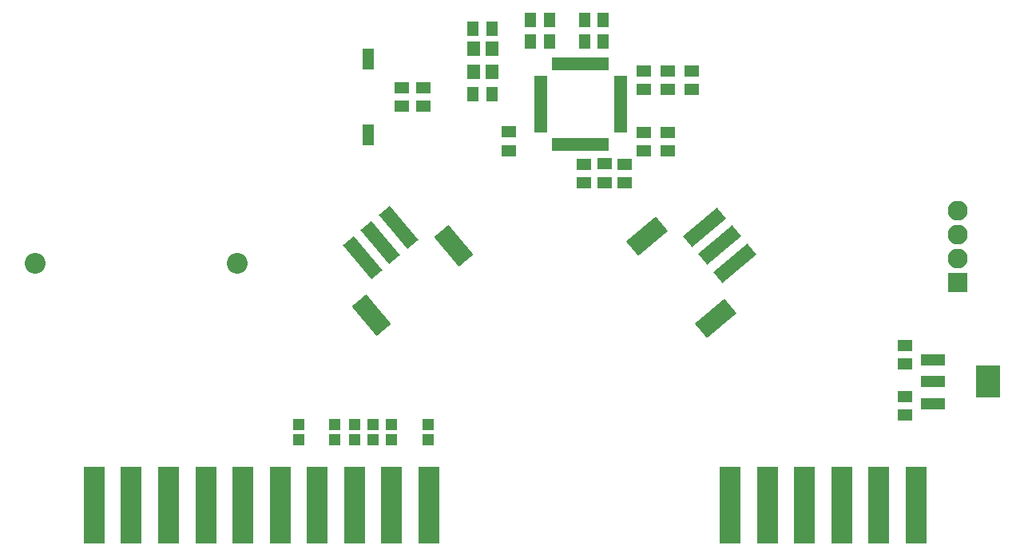
<source format=gts>
G04*
G04 #@! TF.GenerationSoftware,Altium Limited,Altium Designer,20.1.11 (218)*
G04*
G04 Layer_Color=8388736*
%FSLAX44Y44*%
%MOMM*%
G71*
G04*
G04 #@! TF.SameCoordinates,6F891966-A938-45B2-A706-970299DF58FA*
G04*
G04*
G04 #@! TF.FilePolarity,Negative*
G04*
G01*
G75*
%ADD26R,1.2032X1.1532*%
%ADD27R,1.6032X1.3032*%
G04:AMPARAMS|DCode=28|XSize=4.1032mm|YSize=2.0032mm|CornerRadius=0mm|HoleSize=0mm|Usage=FLASHONLY|Rotation=40.000|XOffset=0mm|YOffset=0mm|HoleType=Round|Shape=Rectangle|*
%AMROTATEDRECTD28*
4,1,4,-0.9278,-2.0860,-2.2154,-0.5515,0.9278,2.0860,2.2154,0.5515,-0.9278,-2.0860,0.0*
%
%ADD28ROTATEDRECTD28*%

G04:AMPARAMS|DCode=29|XSize=4.7032mm|YSize=1.5032mm|CornerRadius=0mm|HoleSize=0mm|Usage=FLASHONLY|Rotation=40.000|XOffset=0mm|YOffset=0mm|HoleType=Round|Shape=Rectangle|*
%AMROTATEDRECTD29*
4,1,4,-1.3183,-2.0873,-2.2846,-0.9358,1.3183,2.0873,2.2846,0.9358,-1.3183,-2.0873,0.0*
%
%ADD29ROTATEDRECTD29*%

G04:AMPARAMS|DCode=30|XSize=4.7032mm|YSize=1.5032mm|CornerRadius=0mm|HoleSize=0mm|Usage=FLASHONLY|Rotation=130.000|XOffset=0mm|YOffset=0mm|HoleType=Round|Shape=Rectangle|*
%AMROTATEDRECTD30*
4,1,4,2.0873,-1.3183,0.9358,-2.2846,-2.0873,1.3183,-0.9358,2.2846,2.0873,-1.3183,0.0*
%
%ADD30ROTATEDRECTD30*%

G04:AMPARAMS|DCode=31|XSize=4.1032mm|YSize=2.0032mm|CornerRadius=0mm|HoleSize=0mm|Usage=FLASHONLY|Rotation=130.000|XOffset=0mm|YOffset=0mm|HoleType=Round|Shape=Rectangle|*
%AMROTATEDRECTD31*
4,1,4,2.0860,-0.9278,0.5515,-2.2154,-2.0860,0.9278,-0.5515,2.2154,2.0860,-0.9278,0.0*
%
%ADD31ROTATEDRECTD31*%

%ADD32R,2.2032X8.2032*%
%ADD33R,0.5032X1.4032*%
%ADD34R,1.4032X0.5032*%
%ADD35R,1.3032X1.6032*%
%ADD36R,1.4032X1.6032*%
%ADD37R,1.2032X2.2032*%
%ADD38R,2.6032X1.2032*%
%ADD39R,2.6032X3.5032*%
%ADD40C,2.2032*%
%ADD41R,2.1032X2.1032*%
%ADD42O,2.1032X2.1032*%
%ADD43C,2.1032*%
D26*
X683827Y366700D02*
D03*
Y382200D02*
D03*
X722630Y382400D02*
D03*
Y366900D02*
D03*
X743160D02*
D03*
Y382400D02*
D03*
X762860Y366900D02*
D03*
Y382400D02*
D03*
X782560D02*
D03*
Y366900D02*
D03*
X821690Y382400D02*
D03*
Y366900D02*
D03*
D27*
X1327150Y392430D02*
D03*
Y412430D02*
D03*
X793750Y740130D02*
D03*
Y720130D02*
D03*
X1075690Y672670D02*
D03*
Y692670D02*
D03*
X1029970Y638970D02*
D03*
Y658970D02*
D03*
X906780Y693260D02*
D03*
Y673260D02*
D03*
X816610Y740130D02*
D03*
Y720130D02*
D03*
X1101090Y738030D02*
D03*
Y758030D02*
D03*
X1075690Y738030D02*
D03*
Y758030D02*
D03*
X1327150Y446600D02*
D03*
Y466600D02*
D03*
X1008380Y639130D02*
D03*
Y659130D02*
D03*
X1050290Y672670D02*
D03*
Y692670D02*
D03*
X986790Y638970D02*
D03*
Y658970D02*
D03*
X1050290Y758030D02*
D03*
Y738030D02*
D03*
D28*
X1053061Y582367D02*
D03*
X1126339Y495038D02*
D03*
D29*
X1114230Y591921D02*
D03*
X1130300Y572770D02*
D03*
X1146370Y553619D02*
D03*
D30*
X790041Y591921D02*
D03*
X770890Y575851D02*
D03*
X751739Y559782D02*
D03*
D31*
X848622Y571890D02*
D03*
X761293Y498612D02*
D03*
D32*
X703760Y297180D02*
D03*
X821960D02*
D03*
X782560D02*
D03*
X743160D02*
D03*
X664360D02*
D03*
X624960D02*
D03*
X585560D02*
D03*
X546160D02*
D03*
X506760D02*
D03*
X467360D02*
D03*
X1141580D02*
D03*
X1180980D02*
D03*
X1220380D02*
D03*
X1259780D02*
D03*
X1299180D02*
D03*
X1338580D02*
D03*
D33*
X955480Y765130D02*
D03*
X960480D02*
D03*
X965480D02*
D03*
X970480D02*
D03*
X975480D02*
D03*
X980480D02*
D03*
X985480D02*
D03*
X990480D02*
D03*
X995480D02*
D03*
X1000480D02*
D03*
X1005480D02*
D03*
X1010480D02*
D03*
Y680130D02*
D03*
X1005480D02*
D03*
X1000480D02*
D03*
X995480D02*
D03*
X990480D02*
D03*
X985480D02*
D03*
X980480D02*
D03*
X975480D02*
D03*
X970480D02*
D03*
X965480D02*
D03*
X960480D02*
D03*
X955480D02*
D03*
D34*
X1025480Y750130D02*
D03*
Y745130D02*
D03*
Y740130D02*
D03*
Y735130D02*
D03*
Y730130D02*
D03*
Y725130D02*
D03*
Y720130D02*
D03*
Y715130D02*
D03*
Y710130D02*
D03*
Y705130D02*
D03*
Y700130D02*
D03*
Y695130D02*
D03*
X940480D02*
D03*
Y700130D02*
D03*
Y705130D02*
D03*
Y710130D02*
D03*
Y715130D02*
D03*
Y720130D02*
D03*
Y725130D02*
D03*
Y730130D02*
D03*
Y735130D02*
D03*
Y740130D02*
D03*
Y745130D02*
D03*
Y750130D02*
D03*
D35*
X868840Y732990D02*
D03*
X888840D02*
D03*
Y802640D02*
D03*
X868840D02*
D03*
X929800Y811530D02*
D03*
X949800D02*
D03*
X1006950D02*
D03*
X986950D02*
D03*
X1006950Y788670D02*
D03*
X986950D02*
D03*
X929640D02*
D03*
X949640D02*
D03*
D36*
X869950Y781050D02*
D03*
Y757050D02*
D03*
X888950D02*
D03*
Y781050D02*
D03*
D37*
X758190Y690130D02*
D03*
Y770130D02*
D03*
D38*
X1356570Y450990D02*
D03*
Y427990D02*
D03*
Y404990D02*
D03*
D39*
X1414570Y427990D02*
D03*
D40*
X404368Y553710D02*
D03*
X619368D02*
D03*
D41*
X1383030Y533400D02*
D03*
D42*
Y558800D02*
D03*
Y584200D02*
D03*
D43*
Y609600D02*
D03*
M02*

</source>
